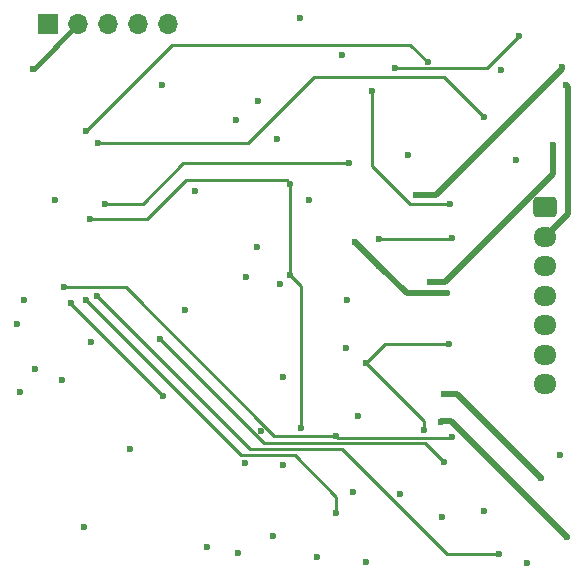
<source format=gbl>
G04 #@! TF.GenerationSoftware,KiCad,Pcbnew,(6.0.9)*
G04 #@! TF.CreationDate,2023-02-25T19:24:10-07:00*
G04 #@! TF.ProjectId,AutoDischarger,4175746f-4469-4736-9368-61726765722e,rev?*
G04 #@! TF.SameCoordinates,Original*
G04 #@! TF.FileFunction,Copper,L4,Bot*
G04 #@! TF.FilePolarity,Positive*
%FSLAX46Y46*%
G04 Gerber Fmt 4.6, Leading zero omitted, Abs format (unit mm)*
G04 Created by KiCad (PCBNEW (6.0.9)) date 2023-02-25 19:24:10*
%MOMM*%
%LPD*%
G01*
G04 APERTURE LIST*
G04 Aperture macros list*
%AMRoundRect*
0 Rectangle with rounded corners*
0 $1 Rounding radius*
0 $2 $3 $4 $5 $6 $7 $8 $9 X,Y pos of 4 corners*
0 Add a 4 corners polygon primitive as box body*
4,1,4,$2,$3,$4,$5,$6,$7,$8,$9,$2,$3,0*
0 Add four circle primitives for the rounded corners*
1,1,$1+$1,$2,$3*
1,1,$1+$1,$4,$5*
1,1,$1+$1,$6,$7*
1,1,$1+$1,$8,$9*
0 Add four rect primitives between the rounded corners*
20,1,$1+$1,$2,$3,$4,$5,0*
20,1,$1+$1,$4,$5,$6,$7,0*
20,1,$1+$1,$6,$7,$8,$9,0*
20,1,$1+$1,$8,$9,$2,$3,0*%
G04 Aperture macros list end*
G04 #@! TA.AperFunction,ComponentPad*
%ADD10R,1.700000X1.700000*%
G04 #@! TD*
G04 #@! TA.AperFunction,ComponentPad*
%ADD11O,1.700000X1.700000*%
G04 #@! TD*
G04 #@! TA.AperFunction,ComponentPad*
%ADD12RoundRect,0.250000X-0.725000X0.600000X-0.725000X-0.600000X0.725000X-0.600000X0.725000X0.600000X0*%
G04 #@! TD*
G04 #@! TA.AperFunction,ComponentPad*
%ADD13O,1.950000X1.700000*%
G04 #@! TD*
G04 #@! TA.AperFunction,ViaPad*
%ADD14C,0.600000*%
G04 #@! TD*
G04 #@! TA.AperFunction,Conductor*
%ADD15C,0.400000*%
G04 #@! TD*
G04 #@! TA.AperFunction,Conductor*
%ADD16C,0.250000*%
G04 #@! TD*
G04 #@! TA.AperFunction,Conductor*
%ADD17C,0.500000*%
G04 #@! TD*
G04 APERTURE END LIST*
D10*
X110925000Y-89000000D03*
D11*
X113465000Y-89000000D03*
X116005000Y-89000000D03*
X118545000Y-89000000D03*
X121085000Y-89000000D03*
D12*
X153000000Y-104500000D03*
D13*
X153000000Y-107000000D03*
X153000000Y-109500000D03*
X153000000Y-112000000D03*
X153000000Y-114500000D03*
X153000000Y-117000000D03*
X153000000Y-119500000D03*
D14*
X128904043Y-123462287D03*
X128585000Y-107915000D03*
X128665000Y-95535000D03*
X154200000Y-125500000D03*
X136700000Y-128600000D03*
X108300000Y-114400000D03*
X108525000Y-120175000D03*
X129950000Y-132350000D03*
X144284459Y-130747967D03*
X130800000Y-126300000D03*
X132200000Y-88500000D03*
X140700000Y-128800000D03*
X137832500Y-134567500D03*
X123300000Y-103100000D03*
X127000000Y-133800000D03*
X124350000Y-133250000D03*
X109800000Y-118200000D03*
X108825000Y-112375000D03*
X130800000Y-118900000D03*
X122500000Y-113200000D03*
X133000000Y-103900000D03*
X127600000Y-126200000D03*
X141400000Y-100100000D03*
X151400000Y-134600000D03*
X135800000Y-91604500D03*
X133700000Y-134100000D03*
X150500000Y-100500000D03*
X111475000Y-103925000D03*
X113900000Y-131600000D03*
X130300000Y-98717508D03*
X130500000Y-111000000D03*
X117800000Y-125000000D03*
X120500000Y-94200000D03*
X136095000Y-116395000D03*
X127630000Y-110400000D03*
X137139751Y-122181507D03*
X149200000Y-92900000D03*
X126800000Y-97100000D03*
X112050000Y-119150000D03*
X136200000Y-112400000D03*
X114500000Y-115900000D03*
X147800000Y-130200000D03*
X109600000Y-92800000D03*
X112200000Y-111300000D03*
X135300000Y-123875500D03*
X145100000Y-124000000D03*
X120600000Y-120500000D03*
X112800000Y-112600000D03*
X114075000Y-98025000D03*
X143020799Y-92225500D03*
X136400000Y-100800000D03*
X115700000Y-104200000D03*
X147800000Y-96900000D03*
X115100000Y-99100000D03*
X114075000Y-112375000D03*
X135300000Y-130400000D03*
X120400000Y-115700000D03*
X144400000Y-126100000D03*
X115000000Y-112000000D03*
X149100000Y-133900000D03*
X131360000Y-110240000D03*
X132300000Y-123200000D03*
X114400000Y-105500000D03*
X131400000Y-102500000D03*
X138300000Y-94700000D03*
X140250000Y-92750000D03*
X144900000Y-104200000D03*
X150750000Y-90050000D03*
X138900000Y-107200000D03*
X145100000Y-107100000D03*
X154750000Y-94150000D03*
X136910000Y-107410000D03*
X144700000Y-111800000D03*
X138950000Y-109450000D03*
X144800000Y-116100000D03*
X137800000Y-117700000D03*
X142700000Y-123400000D03*
X154400000Y-92600000D03*
X142000000Y-103500000D03*
X153600000Y-99200000D03*
X143200000Y-110800000D03*
X144400000Y-120300000D03*
X152600000Y-127400000D03*
X144150000Y-122650000D03*
X154800000Y-132400000D03*
D15*
X109665000Y-92800000D02*
X109600000Y-92800000D01*
X113465000Y-89000000D02*
X109665000Y-92800000D01*
D16*
X145100000Y-124000000D02*
X145075500Y-124024500D01*
X117483512Y-111300000D02*
X130059012Y-123875500D01*
X130059012Y-123875500D02*
X135300000Y-123875500D01*
X135449000Y-124024500D02*
X135300000Y-123875500D01*
X145075500Y-124024500D02*
X135449000Y-124024500D01*
X112200000Y-111300000D02*
X117483512Y-111300000D01*
X112800000Y-112700000D02*
X112800000Y-112600000D01*
X120600000Y-120500000D02*
X112800000Y-112700000D01*
X141545298Y-90750000D02*
X143020799Y-92225500D01*
X114075000Y-98025000D02*
X121350000Y-90750000D01*
X121350000Y-90750000D02*
X141545298Y-90750000D01*
X115700000Y-104200000D02*
X118900000Y-104200000D01*
X118900000Y-104200000D02*
X122300000Y-100800000D01*
X122300000Y-100800000D02*
X136400000Y-100800000D01*
X144400000Y-93500000D02*
X147800000Y-96900000D01*
X115100000Y-99100000D02*
X127800000Y-99100000D01*
X133400000Y-93500000D02*
X144400000Y-93500000D01*
X127800000Y-99100000D02*
X133400000Y-93500000D01*
X135300000Y-129000000D02*
X135300000Y-130400000D01*
X127200000Y-125500000D02*
X131800000Y-125500000D01*
X114075000Y-112375000D02*
X127200000Y-125500000D01*
X131800000Y-125500000D02*
X135300000Y-129000000D01*
X120400000Y-115700000D02*
X129200000Y-124500000D01*
X142800000Y-124500000D02*
X144400000Y-126100000D01*
X129200000Y-124500000D02*
X142800000Y-124500000D01*
X144700000Y-133900000D02*
X149100000Y-133900000D01*
X115000000Y-112000000D02*
X128000000Y-125000000D01*
X128000000Y-125000000D02*
X135800000Y-125000000D01*
X135800000Y-125000000D02*
X144700000Y-133900000D01*
X132300000Y-111180000D02*
X131360000Y-110240000D01*
X114400000Y-105500000D02*
X119300000Y-105500000D01*
X132300000Y-123200000D02*
X132300000Y-111180000D01*
X131360000Y-110240000D02*
X131400000Y-110200000D01*
X131100000Y-102200000D02*
X131400000Y-102500000D01*
X119300000Y-105500000D02*
X122600000Y-102200000D01*
X131400000Y-110200000D02*
X131400000Y-102500000D01*
X122600000Y-102200000D02*
X131100000Y-102200000D01*
X147950000Y-92750000D02*
X148050000Y-92750000D01*
X140250000Y-92750000D02*
X147950000Y-92750000D01*
X148050000Y-92750000D02*
X150750000Y-90050000D01*
X144900000Y-104200000D02*
X141500000Y-104200000D01*
X138300000Y-101000000D02*
X138300000Y-94700000D01*
X141500000Y-104200000D02*
X138300000Y-101000000D01*
D17*
X154900000Y-105100000D02*
X153000000Y-107000000D01*
D16*
X145000000Y-107200000D02*
X145100000Y-107100000D01*
X138900000Y-107200000D02*
X144800000Y-107200000D01*
D17*
X154900000Y-94300000D02*
X154900000Y-105100000D01*
X154750000Y-94150000D02*
X154900000Y-94300000D01*
D16*
X144800000Y-107200000D02*
X145000000Y-107200000D01*
D17*
X136910000Y-107410000D02*
X138950000Y-109450000D01*
X141300000Y-111800000D02*
X144700000Y-111800000D01*
X138950000Y-109450000D02*
X141300000Y-111800000D01*
D16*
X137800000Y-117700000D02*
X139400000Y-116100000D01*
X142700000Y-122600000D02*
X142700000Y-123400000D01*
X137800000Y-117700000D02*
X142700000Y-122600000D01*
X139400000Y-116100000D02*
X144800000Y-116100000D01*
D17*
X154400000Y-92800000D02*
X143700000Y-103500000D01*
X143700000Y-103500000D02*
X142000000Y-103500000D01*
X154400000Y-92600000D02*
X154400000Y-92800000D01*
X153600000Y-101700000D02*
X153600000Y-99200000D01*
X143200000Y-110800000D02*
X144500000Y-110800000D01*
X144500000Y-110800000D02*
X153600000Y-101700000D01*
X144400000Y-120300000D02*
X145500000Y-120300000D01*
X145500000Y-120300000D02*
X152600000Y-127400000D01*
X154800000Y-132400000D02*
X145000000Y-122600000D01*
X144200000Y-122600000D02*
X144150000Y-122650000D01*
X145000000Y-122600000D02*
X144200000Y-122600000D01*
M02*

</source>
